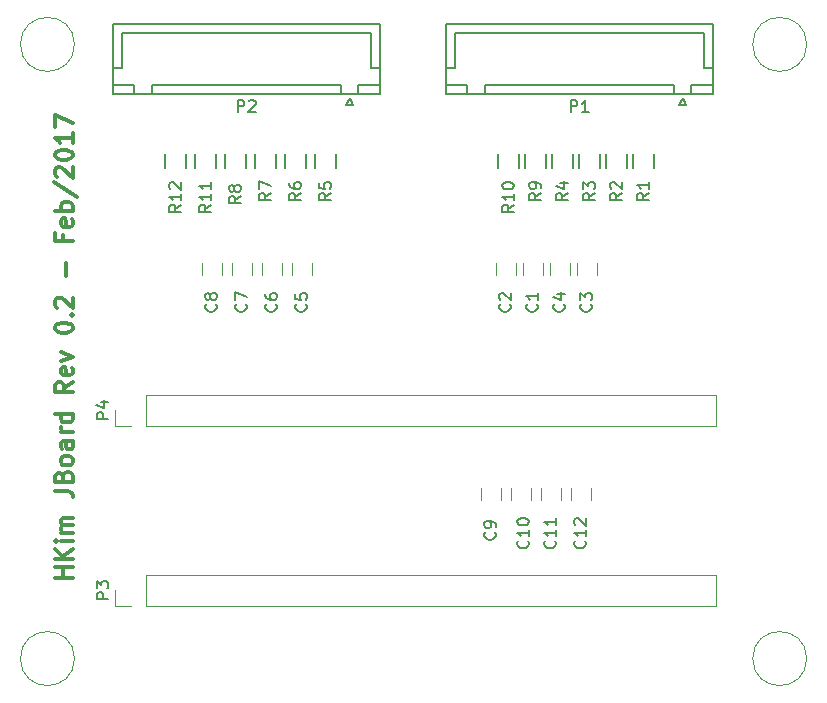
<source format=gbr>
G04 #@! TF.FileFunction,Legend,Top*
%FSLAX46Y46*%
G04 Gerber Fmt 4.6, Leading zero omitted, Abs format (unit mm)*
G04 Created by KiCad (PCBNEW 4.0.5-e0-6337~49~ubuntu16.04.1) date Thu Feb 16 22:53:25 2017*
%MOMM*%
%LPD*%
G01*
G04 APERTURE LIST*
%ADD10C,0.100000*%
%ADD11C,0.300000*%
%ADD12C,0.120000*%
%ADD13C,0.150000*%
G04 APERTURE END LIST*
D10*
D11*
X119042571Y-124401998D02*
X117542571Y-124401998D01*
X118256857Y-124401998D02*
X118256857Y-123544855D01*
X119042571Y-123544855D02*
X117542571Y-123544855D01*
X119042571Y-122830569D02*
X117542571Y-122830569D01*
X119042571Y-121973426D02*
X118185429Y-122616283D01*
X117542571Y-121973426D02*
X118399714Y-122830569D01*
X119042571Y-121330569D02*
X118042571Y-121330569D01*
X117542571Y-121330569D02*
X117614000Y-121401998D01*
X117685429Y-121330569D01*
X117614000Y-121259141D01*
X117542571Y-121330569D01*
X117685429Y-121330569D01*
X119042571Y-120616283D02*
X118042571Y-120616283D01*
X118185429Y-120616283D02*
X118114000Y-120544855D01*
X118042571Y-120401997D01*
X118042571Y-120187712D01*
X118114000Y-120044855D01*
X118256857Y-119973426D01*
X119042571Y-119973426D01*
X118256857Y-119973426D02*
X118114000Y-119901997D01*
X118042571Y-119759140D01*
X118042571Y-119544855D01*
X118114000Y-119401997D01*
X118256857Y-119330569D01*
X119042571Y-119330569D01*
X117542571Y-117044855D02*
X118614000Y-117044855D01*
X118828286Y-117116283D01*
X118971143Y-117259140D01*
X119042571Y-117473426D01*
X119042571Y-117616283D01*
X118256857Y-115830569D02*
X118328286Y-115616283D01*
X118399714Y-115544855D01*
X118542571Y-115473426D01*
X118756857Y-115473426D01*
X118899714Y-115544855D01*
X118971143Y-115616283D01*
X119042571Y-115759141D01*
X119042571Y-116330569D01*
X117542571Y-116330569D01*
X117542571Y-115830569D01*
X117614000Y-115687712D01*
X117685429Y-115616283D01*
X117828286Y-115544855D01*
X117971143Y-115544855D01*
X118114000Y-115616283D01*
X118185429Y-115687712D01*
X118256857Y-115830569D01*
X118256857Y-116330569D01*
X119042571Y-114616283D02*
X118971143Y-114759141D01*
X118899714Y-114830569D01*
X118756857Y-114901998D01*
X118328286Y-114901998D01*
X118185429Y-114830569D01*
X118114000Y-114759141D01*
X118042571Y-114616283D01*
X118042571Y-114401998D01*
X118114000Y-114259141D01*
X118185429Y-114187712D01*
X118328286Y-114116283D01*
X118756857Y-114116283D01*
X118899714Y-114187712D01*
X118971143Y-114259141D01*
X119042571Y-114401998D01*
X119042571Y-114616283D01*
X119042571Y-112830569D02*
X118256857Y-112830569D01*
X118114000Y-112901998D01*
X118042571Y-113044855D01*
X118042571Y-113330569D01*
X118114000Y-113473426D01*
X118971143Y-112830569D02*
X119042571Y-112973426D01*
X119042571Y-113330569D01*
X118971143Y-113473426D01*
X118828286Y-113544855D01*
X118685429Y-113544855D01*
X118542571Y-113473426D01*
X118471143Y-113330569D01*
X118471143Y-112973426D01*
X118399714Y-112830569D01*
X119042571Y-112116283D02*
X118042571Y-112116283D01*
X118328286Y-112116283D02*
X118185429Y-112044855D01*
X118114000Y-111973426D01*
X118042571Y-111830569D01*
X118042571Y-111687712D01*
X119042571Y-110544855D02*
X117542571Y-110544855D01*
X118971143Y-110544855D02*
X119042571Y-110687712D01*
X119042571Y-110973426D01*
X118971143Y-111116284D01*
X118899714Y-111187712D01*
X118756857Y-111259141D01*
X118328286Y-111259141D01*
X118185429Y-111187712D01*
X118114000Y-111116284D01*
X118042571Y-110973426D01*
X118042571Y-110687712D01*
X118114000Y-110544855D01*
X119042571Y-107830569D02*
X118328286Y-108330569D01*
X119042571Y-108687712D02*
X117542571Y-108687712D01*
X117542571Y-108116284D01*
X117614000Y-107973426D01*
X117685429Y-107901998D01*
X117828286Y-107830569D01*
X118042571Y-107830569D01*
X118185429Y-107901998D01*
X118256857Y-107973426D01*
X118328286Y-108116284D01*
X118328286Y-108687712D01*
X118971143Y-106616284D02*
X119042571Y-106759141D01*
X119042571Y-107044855D01*
X118971143Y-107187712D01*
X118828286Y-107259141D01*
X118256857Y-107259141D01*
X118114000Y-107187712D01*
X118042571Y-107044855D01*
X118042571Y-106759141D01*
X118114000Y-106616284D01*
X118256857Y-106544855D01*
X118399714Y-106544855D01*
X118542571Y-107259141D01*
X118042571Y-106044855D02*
X119042571Y-105687712D01*
X118042571Y-105330570D01*
X117542571Y-103330570D02*
X117542571Y-103187713D01*
X117614000Y-103044856D01*
X117685429Y-102973427D01*
X117828286Y-102901998D01*
X118114000Y-102830570D01*
X118471143Y-102830570D01*
X118756857Y-102901998D01*
X118899714Y-102973427D01*
X118971143Y-103044856D01*
X119042571Y-103187713D01*
X119042571Y-103330570D01*
X118971143Y-103473427D01*
X118899714Y-103544856D01*
X118756857Y-103616284D01*
X118471143Y-103687713D01*
X118114000Y-103687713D01*
X117828286Y-103616284D01*
X117685429Y-103544856D01*
X117614000Y-103473427D01*
X117542571Y-103330570D01*
X118899714Y-102187713D02*
X118971143Y-102116285D01*
X119042571Y-102187713D01*
X118971143Y-102259142D01*
X118899714Y-102187713D01*
X119042571Y-102187713D01*
X117685429Y-101544856D02*
X117614000Y-101473427D01*
X117542571Y-101330570D01*
X117542571Y-100973427D01*
X117614000Y-100830570D01*
X117685429Y-100759141D01*
X117828286Y-100687713D01*
X117971143Y-100687713D01*
X118185429Y-100759141D01*
X119042571Y-101616284D01*
X119042571Y-100687713D01*
X118471143Y-98901999D02*
X118471143Y-97759142D01*
X118256857Y-95401999D02*
X118256857Y-95901999D01*
X119042571Y-95901999D02*
X117542571Y-95901999D01*
X117542571Y-95187713D01*
X118971143Y-94044857D02*
X119042571Y-94187714D01*
X119042571Y-94473428D01*
X118971143Y-94616285D01*
X118828286Y-94687714D01*
X118256857Y-94687714D01*
X118114000Y-94616285D01*
X118042571Y-94473428D01*
X118042571Y-94187714D01*
X118114000Y-94044857D01*
X118256857Y-93973428D01*
X118399714Y-93973428D01*
X118542571Y-94687714D01*
X119042571Y-93330571D02*
X117542571Y-93330571D01*
X118114000Y-93330571D02*
X118042571Y-93187714D01*
X118042571Y-92902000D01*
X118114000Y-92759143D01*
X118185429Y-92687714D01*
X118328286Y-92616285D01*
X118756857Y-92616285D01*
X118899714Y-92687714D01*
X118971143Y-92759143D01*
X119042571Y-92902000D01*
X119042571Y-93187714D01*
X118971143Y-93330571D01*
X117471143Y-90902000D02*
X119399714Y-92187714D01*
X117685429Y-90473428D02*
X117614000Y-90401999D01*
X117542571Y-90259142D01*
X117542571Y-89901999D01*
X117614000Y-89759142D01*
X117685429Y-89687713D01*
X117828286Y-89616285D01*
X117971143Y-89616285D01*
X118185429Y-89687713D01*
X119042571Y-90544856D01*
X119042571Y-89616285D01*
X117542571Y-88687714D02*
X117542571Y-88544857D01*
X117614000Y-88402000D01*
X117685429Y-88330571D01*
X117828286Y-88259142D01*
X118114000Y-88187714D01*
X118471143Y-88187714D01*
X118756857Y-88259142D01*
X118899714Y-88330571D01*
X118971143Y-88402000D01*
X119042571Y-88544857D01*
X119042571Y-88687714D01*
X118971143Y-88830571D01*
X118899714Y-88902000D01*
X118756857Y-88973428D01*
X118471143Y-89044857D01*
X118114000Y-89044857D01*
X117828286Y-88973428D01*
X117685429Y-88902000D01*
X117614000Y-88830571D01*
X117542571Y-88687714D01*
X119042571Y-86759143D02*
X119042571Y-87616286D01*
X119042571Y-87187714D02*
X117542571Y-87187714D01*
X117756857Y-87330571D01*
X117899714Y-87473429D01*
X117971143Y-87616286D01*
X117542571Y-86259143D02*
X117542571Y-85259143D01*
X119042571Y-85902000D01*
D12*
X119194000Y-79256000D02*
G75*
G03X119194000Y-79256000I-2286000J0D01*
G01*
X181194000Y-79256000D02*
G75*
G03X181194000Y-79256000I-2286000J0D01*
G01*
X119194000Y-131256000D02*
G75*
G03X119194000Y-131256000I-2286000J0D01*
G01*
X181194000Y-131256000D02*
G75*
G03X181194000Y-131256000I-2286000J0D01*
G01*
X158838000Y-98798000D02*
X158838000Y-97798000D01*
X157138000Y-97798000D02*
X157138000Y-98798000D01*
X156552000Y-98798000D02*
X156552000Y-97798000D01*
X154852000Y-97798000D02*
X154852000Y-98798000D01*
X163410000Y-98798000D02*
X163410000Y-97798000D01*
X161710000Y-97798000D02*
X161710000Y-98798000D01*
X161124000Y-98798000D02*
X161124000Y-97798000D01*
X159424000Y-97798000D02*
X159424000Y-98798000D01*
X139280000Y-98798000D02*
X139280000Y-97798000D01*
X137580000Y-97798000D02*
X137580000Y-98798000D01*
X136740000Y-98798000D02*
X136740000Y-97798000D01*
X135040000Y-97798000D02*
X135040000Y-98798000D01*
X134200000Y-98798000D02*
X134200000Y-97798000D01*
X132500000Y-97798000D02*
X132500000Y-98798000D01*
X131660000Y-98798000D02*
X131660000Y-97798000D01*
X129960000Y-97798000D02*
X129960000Y-98798000D01*
X155282000Y-117848000D02*
X155282000Y-116848000D01*
X153582000Y-116848000D02*
X153582000Y-117848000D01*
X157822000Y-117848000D02*
X157822000Y-116848000D01*
X156122000Y-116848000D02*
X156122000Y-117848000D01*
X160362000Y-117848000D02*
X160362000Y-116848000D01*
X158662000Y-116848000D02*
X158662000Y-117848000D01*
X162902000Y-117848000D02*
X162902000Y-116848000D01*
X161202000Y-116848000D02*
X161202000Y-117848000D01*
D13*
X173238000Y-83476000D02*
X173238000Y-77526000D01*
X173238000Y-77526000D02*
X150638000Y-77526000D01*
X150638000Y-77526000D02*
X150638000Y-83476000D01*
X150638000Y-83476000D02*
X173238000Y-83476000D01*
X169938000Y-83476000D02*
X169938000Y-82726000D01*
X169938000Y-82726000D02*
X153938000Y-82726000D01*
X153938000Y-82726000D02*
X153938000Y-83476000D01*
X153938000Y-83476000D02*
X169938000Y-83476000D01*
X173238000Y-83476000D02*
X173238000Y-82726000D01*
X173238000Y-82726000D02*
X171438000Y-82726000D01*
X171438000Y-82726000D02*
X171438000Y-83476000D01*
X171438000Y-83476000D02*
X173238000Y-83476000D01*
X152438000Y-83476000D02*
X152438000Y-82726000D01*
X152438000Y-82726000D02*
X150638000Y-82726000D01*
X150638000Y-82726000D02*
X150638000Y-83476000D01*
X150638000Y-83476000D02*
X152438000Y-83476000D01*
X173238000Y-81226000D02*
X172488000Y-81226000D01*
X172488000Y-81226000D02*
X172488000Y-78276000D01*
X172488000Y-78276000D02*
X161938000Y-78276000D01*
X150638000Y-81226000D02*
X151388000Y-81226000D01*
X151388000Y-81226000D02*
X151388000Y-78276000D01*
X151388000Y-78276000D02*
X161938000Y-78276000D01*
X170688000Y-83776000D02*
X170988000Y-84376000D01*
X170988000Y-84376000D02*
X170388000Y-84376000D01*
X170388000Y-84376000D02*
X170688000Y-83776000D01*
X145044000Y-83476000D02*
X145044000Y-77526000D01*
X145044000Y-77526000D02*
X122444000Y-77526000D01*
X122444000Y-77526000D02*
X122444000Y-83476000D01*
X122444000Y-83476000D02*
X145044000Y-83476000D01*
X141744000Y-83476000D02*
X141744000Y-82726000D01*
X141744000Y-82726000D02*
X125744000Y-82726000D01*
X125744000Y-82726000D02*
X125744000Y-83476000D01*
X125744000Y-83476000D02*
X141744000Y-83476000D01*
X145044000Y-83476000D02*
X145044000Y-82726000D01*
X145044000Y-82726000D02*
X143244000Y-82726000D01*
X143244000Y-82726000D02*
X143244000Y-83476000D01*
X143244000Y-83476000D02*
X145044000Y-83476000D01*
X124244000Y-83476000D02*
X124244000Y-82726000D01*
X124244000Y-82726000D02*
X122444000Y-82726000D01*
X122444000Y-82726000D02*
X122444000Y-83476000D01*
X122444000Y-83476000D02*
X124244000Y-83476000D01*
X145044000Y-81226000D02*
X144294000Y-81226000D01*
X144294000Y-81226000D02*
X144294000Y-78276000D01*
X144294000Y-78276000D02*
X133744000Y-78276000D01*
X122444000Y-81226000D02*
X123194000Y-81226000D01*
X123194000Y-81226000D02*
X123194000Y-78276000D01*
X123194000Y-78276000D02*
X133744000Y-78276000D01*
X142494000Y-83776000D02*
X142794000Y-84376000D01*
X142794000Y-84376000D02*
X142194000Y-84376000D01*
X142194000Y-84376000D02*
X142494000Y-83776000D01*
D12*
X125222000Y-126806000D02*
X173542000Y-126806000D01*
X173542000Y-126806000D02*
X173542000Y-124146000D01*
X173542000Y-124146000D02*
X125222000Y-124146000D01*
X125222000Y-124146000D02*
X125222000Y-126806000D01*
X123952000Y-126806000D02*
X122622000Y-126806000D01*
X122622000Y-126806000D02*
X122622000Y-125476000D01*
X125222000Y-111566000D02*
X173542000Y-111566000D01*
X173542000Y-111566000D02*
X173542000Y-108906000D01*
X173542000Y-108906000D02*
X125222000Y-108906000D01*
X125222000Y-108906000D02*
X125222000Y-111566000D01*
X123952000Y-111566000D02*
X122622000Y-111566000D01*
X122622000Y-111566000D02*
X122622000Y-110236000D01*
D13*
X166511000Y-89754000D02*
X166511000Y-88554000D01*
X168261000Y-88554000D02*
X168261000Y-89754000D01*
X164225000Y-89754000D02*
X164225000Y-88554000D01*
X165975000Y-88554000D02*
X165975000Y-89754000D01*
X161939000Y-89754000D02*
X161939000Y-88554000D01*
X163689000Y-88554000D02*
X163689000Y-89754000D01*
X159653000Y-89754000D02*
X159653000Y-88554000D01*
X161403000Y-88554000D02*
X161403000Y-89754000D01*
X139587000Y-89754000D02*
X139587000Y-88554000D01*
X141337000Y-88554000D02*
X141337000Y-89754000D01*
X137047000Y-89754000D02*
X137047000Y-88554000D01*
X138797000Y-88554000D02*
X138797000Y-89754000D01*
X134507000Y-89754000D02*
X134507000Y-88554000D01*
X136257000Y-88554000D02*
X136257000Y-89754000D01*
X131967000Y-89754000D02*
X131967000Y-88554000D01*
X133717000Y-88554000D02*
X133717000Y-89754000D01*
X157367000Y-89754000D02*
X157367000Y-88554000D01*
X159117000Y-88554000D02*
X159117000Y-89754000D01*
X155081000Y-89754000D02*
X155081000Y-88554000D01*
X156831000Y-88554000D02*
X156831000Y-89754000D01*
X129427000Y-89754000D02*
X129427000Y-88554000D01*
X131177000Y-88554000D02*
X131177000Y-89754000D01*
X126887000Y-89754000D02*
X126887000Y-88554000D01*
X128637000Y-88554000D02*
X128637000Y-89754000D01*
X158345143Y-101258666D02*
X158392762Y-101306285D01*
X158440381Y-101449142D01*
X158440381Y-101544380D01*
X158392762Y-101687238D01*
X158297524Y-101782476D01*
X158202286Y-101830095D01*
X158011810Y-101877714D01*
X157868952Y-101877714D01*
X157678476Y-101830095D01*
X157583238Y-101782476D01*
X157488000Y-101687238D01*
X157440381Y-101544380D01*
X157440381Y-101449142D01*
X157488000Y-101306285D01*
X157535619Y-101258666D01*
X158440381Y-100306285D02*
X158440381Y-100877714D01*
X158440381Y-100592000D02*
X157440381Y-100592000D01*
X157583238Y-100687238D01*
X157678476Y-100782476D01*
X157726095Y-100877714D01*
X156059143Y-101258666D02*
X156106762Y-101306285D01*
X156154381Y-101449142D01*
X156154381Y-101544380D01*
X156106762Y-101687238D01*
X156011524Y-101782476D01*
X155916286Y-101830095D01*
X155725810Y-101877714D01*
X155582952Y-101877714D01*
X155392476Y-101830095D01*
X155297238Y-101782476D01*
X155202000Y-101687238D01*
X155154381Y-101544380D01*
X155154381Y-101449142D01*
X155202000Y-101306285D01*
X155249619Y-101258666D01*
X155249619Y-100877714D02*
X155202000Y-100830095D01*
X155154381Y-100734857D01*
X155154381Y-100496761D01*
X155202000Y-100401523D01*
X155249619Y-100353904D01*
X155344857Y-100306285D01*
X155440095Y-100306285D01*
X155582952Y-100353904D01*
X156154381Y-100925333D01*
X156154381Y-100306285D01*
X162917143Y-101258666D02*
X162964762Y-101306285D01*
X163012381Y-101449142D01*
X163012381Y-101544380D01*
X162964762Y-101687238D01*
X162869524Y-101782476D01*
X162774286Y-101830095D01*
X162583810Y-101877714D01*
X162440952Y-101877714D01*
X162250476Y-101830095D01*
X162155238Y-101782476D01*
X162060000Y-101687238D01*
X162012381Y-101544380D01*
X162012381Y-101449142D01*
X162060000Y-101306285D01*
X162107619Y-101258666D01*
X162012381Y-100925333D02*
X162012381Y-100306285D01*
X162393333Y-100639619D01*
X162393333Y-100496761D01*
X162440952Y-100401523D01*
X162488571Y-100353904D01*
X162583810Y-100306285D01*
X162821905Y-100306285D01*
X162917143Y-100353904D01*
X162964762Y-100401523D01*
X163012381Y-100496761D01*
X163012381Y-100782476D01*
X162964762Y-100877714D01*
X162917143Y-100925333D01*
X160631143Y-101258666D02*
X160678762Y-101306285D01*
X160726381Y-101449142D01*
X160726381Y-101544380D01*
X160678762Y-101687238D01*
X160583524Y-101782476D01*
X160488286Y-101830095D01*
X160297810Y-101877714D01*
X160154952Y-101877714D01*
X159964476Y-101830095D01*
X159869238Y-101782476D01*
X159774000Y-101687238D01*
X159726381Y-101544380D01*
X159726381Y-101449142D01*
X159774000Y-101306285D01*
X159821619Y-101258666D01*
X160059714Y-100401523D02*
X160726381Y-100401523D01*
X159678762Y-100639619D02*
X160393048Y-100877714D01*
X160393048Y-100258666D01*
X138787143Y-101258666D02*
X138834762Y-101306285D01*
X138882381Y-101449142D01*
X138882381Y-101544380D01*
X138834762Y-101687238D01*
X138739524Y-101782476D01*
X138644286Y-101830095D01*
X138453810Y-101877714D01*
X138310952Y-101877714D01*
X138120476Y-101830095D01*
X138025238Y-101782476D01*
X137930000Y-101687238D01*
X137882381Y-101544380D01*
X137882381Y-101449142D01*
X137930000Y-101306285D01*
X137977619Y-101258666D01*
X137882381Y-100353904D02*
X137882381Y-100830095D01*
X138358571Y-100877714D01*
X138310952Y-100830095D01*
X138263333Y-100734857D01*
X138263333Y-100496761D01*
X138310952Y-100401523D01*
X138358571Y-100353904D01*
X138453810Y-100306285D01*
X138691905Y-100306285D01*
X138787143Y-100353904D01*
X138834762Y-100401523D01*
X138882381Y-100496761D01*
X138882381Y-100734857D01*
X138834762Y-100830095D01*
X138787143Y-100877714D01*
X136247143Y-101258666D02*
X136294762Y-101306285D01*
X136342381Y-101449142D01*
X136342381Y-101544380D01*
X136294762Y-101687238D01*
X136199524Y-101782476D01*
X136104286Y-101830095D01*
X135913810Y-101877714D01*
X135770952Y-101877714D01*
X135580476Y-101830095D01*
X135485238Y-101782476D01*
X135390000Y-101687238D01*
X135342381Y-101544380D01*
X135342381Y-101449142D01*
X135390000Y-101306285D01*
X135437619Y-101258666D01*
X135342381Y-100401523D02*
X135342381Y-100592000D01*
X135390000Y-100687238D01*
X135437619Y-100734857D01*
X135580476Y-100830095D01*
X135770952Y-100877714D01*
X136151905Y-100877714D01*
X136247143Y-100830095D01*
X136294762Y-100782476D01*
X136342381Y-100687238D01*
X136342381Y-100496761D01*
X136294762Y-100401523D01*
X136247143Y-100353904D01*
X136151905Y-100306285D01*
X135913810Y-100306285D01*
X135818571Y-100353904D01*
X135770952Y-100401523D01*
X135723333Y-100496761D01*
X135723333Y-100687238D01*
X135770952Y-100782476D01*
X135818571Y-100830095D01*
X135913810Y-100877714D01*
X133707143Y-101258666D02*
X133754762Y-101306285D01*
X133802381Y-101449142D01*
X133802381Y-101544380D01*
X133754762Y-101687238D01*
X133659524Y-101782476D01*
X133564286Y-101830095D01*
X133373810Y-101877714D01*
X133230952Y-101877714D01*
X133040476Y-101830095D01*
X132945238Y-101782476D01*
X132850000Y-101687238D01*
X132802381Y-101544380D01*
X132802381Y-101449142D01*
X132850000Y-101306285D01*
X132897619Y-101258666D01*
X132802381Y-100925333D02*
X132802381Y-100258666D01*
X133802381Y-100687238D01*
X131167143Y-101258666D02*
X131214762Y-101306285D01*
X131262381Y-101449142D01*
X131262381Y-101544380D01*
X131214762Y-101687238D01*
X131119524Y-101782476D01*
X131024286Y-101830095D01*
X130833810Y-101877714D01*
X130690952Y-101877714D01*
X130500476Y-101830095D01*
X130405238Y-101782476D01*
X130310000Y-101687238D01*
X130262381Y-101544380D01*
X130262381Y-101449142D01*
X130310000Y-101306285D01*
X130357619Y-101258666D01*
X130690952Y-100687238D02*
X130643333Y-100782476D01*
X130595714Y-100830095D01*
X130500476Y-100877714D01*
X130452857Y-100877714D01*
X130357619Y-100830095D01*
X130310000Y-100782476D01*
X130262381Y-100687238D01*
X130262381Y-100496761D01*
X130310000Y-100401523D01*
X130357619Y-100353904D01*
X130452857Y-100306285D01*
X130500476Y-100306285D01*
X130595714Y-100353904D01*
X130643333Y-100401523D01*
X130690952Y-100496761D01*
X130690952Y-100687238D01*
X130738571Y-100782476D01*
X130786190Y-100830095D01*
X130881429Y-100877714D01*
X131071905Y-100877714D01*
X131167143Y-100830095D01*
X131214762Y-100782476D01*
X131262381Y-100687238D01*
X131262381Y-100496761D01*
X131214762Y-100401523D01*
X131167143Y-100353904D01*
X131071905Y-100306285D01*
X130881429Y-100306285D01*
X130786190Y-100353904D01*
X130738571Y-100401523D01*
X130690952Y-100496761D01*
X154789143Y-120562666D02*
X154836762Y-120610285D01*
X154884381Y-120753142D01*
X154884381Y-120848380D01*
X154836762Y-120991238D01*
X154741524Y-121086476D01*
X154646286Y-121134095D01*
X154455810Y-121181714D01*
X154312952Y-121181714D01*
X154122476Y-121134095D01*
X154027238Y-121086476D01*
X153932000Y-120991238D01*
X153884381Y-120848380D01*
X153884381Y-120753142D01*
X153932000Y-120610285D01*
X153979619Y-120562666D01*
X154884381Y-120086476D02*
X154884381Y-119896000D01*
X154836762Y-119800761D01*
X154789143Y-119753142D01*
X154646286Y-119657904D01*
X154455810Y-119610285D01*
X154074857Y-119610285D01*
X153979619Y-119657904D01*
X153932000Y-119705523D01*
X153884381Y-119800761D01*
X153884381Y-119991238D01*
X153932000Y-120086476D01*
X153979619Y-120134095D01*
X154074857Y-120181714D01*
X154312952Y-120181714D01*
X154408190Y-120134095D01*
X154455810Y-120086476D01*
X154503429Y-119991238D01*
X154503429Y-119800761D01*
X154455810Y-119705523D01*
X154408190Y-119657904D01*
X154312952Y-119610285D01*
X157583143Y-121292857D02*
X157630762Y-121340476D01*
X157678381Y-121483333D01*
X157678381Y-121578571D01*
X157630762Y-121721429D01*
X157535524Y-121816667D01*
X157440286Y-121864286D01*
X157249810Y-121911905D01*
X157106952Y-121911905D01*
X156916476Y-121864286D01*
X156821238Y-121816667D01*
X156726000Y-121721429D01*
X156678381Y-121578571D01*
X156678381Y-121483333D01*
X156726000Y-121340476D01*
X156773619Y-121292857D01*
X157678381Y-120340476D02*
X157678381Y-120911905D01*
X157678381Y-120626191D02*
X156678381Y-120626191D01*
X156821238Y-120721429D01*
X156916476Y-120816667D01*
X156964095Y-120911905D01*
X156678381Y-119721429D02*
X156678381Y-119626190D01*
X156726000Y-119530952D01*
X156773619Y-119483333D01*
X156868857Y-119435714D01*
X157059333Y-119388095D01*
X157297429Y-119388095D01*
X157487905Y-119435714D01*
X157583143Y-119483333D01*
X157630762Y-119530952D01*
X157678381Y-119626190D01*
X157678381Y-119721429D01*
X157630762Y-119816667D01*
X157583143Y-119864286D01*
X157487905Y-119911905D01*
X157297429Y-119959524D01*
X157059333Y-119959524D01*
X156868857Y-119911905D01*
X156773619Y-119864286D01*
X156726000Y-119816667D01*
X156678381Y-119721429D01*
X159869143Y-121292857D02*
X159916762Y-121340476D01*
X159964381Y-121483333D01*
X159964381Y-121578571D01*
X159916762Y-121721429D01*
X159821524Y-121816667D01*
X159726286Y-121864286D01*
X159535810Y-121911905D01*
X159392952Y-121911905D01*
X159202476Y-121864286D01*
X159107238Y-121816667D01*
X159012000Y-121721429D01*
X158964381Y-121578571D01*
X158964381Y-121483333D01*
X159012000Y-121340476D01*
X159059619Y-121292857D01*
X159964381Y-120340476D02*
X159964381Y-120911905D01*
X159964381Y-120626191D02*
X158964381Y-120626191D01*
X159107238Y-120721429D01*
X159202476Y-120816667D01*
X159250095Y-120911905D01*
X159964381Y-119388095D02*
X159964381Y-119959524D01*
X159964381Y-119673810D02*
X158964381Y-119673810D01*
X159107238Y-119769048D01*
X159202476Y-119864286D01*
X159250095Y-119959524D01*
X162409143Y-121292857D02*
X162456762Y-121340476D01*
X162504381Y-121483333D01*
X162504381Y-121578571D01*
X162456762Y-121721429D01*
X162361524Y-121816667D01*
X162266286Y-121864286D01*
X162075810Y-121911905D01*
X161932952Y-121911905D01*
X161742476Y-121864286D01*
X161647238Y-121816667D01*
X161552000Y-121721429D01*
X161504381Y-121578571D01*
X161504381Y-121483333D01*
X161552000Y-121340476D01*
X161599619Y-121292857D01*
X162504381Y-120340476D02*
X162504381Y-120911905D01*
X162504381Y-120626191D02*
X161504381Y-120626191D01*
X161647238Y-120721429D01*
X161742476Y-120816667D01*
X161790095Y-120911905D01*
X161599619Y-119959524D02*
X161552000Y-119911905D01*
X161504381Y-119816667D01*
X161504381Y-119578571D01*
X161552000Y-119483333D01*
X161599619Y-119435714D01*
X161694857Y-119388095D01*
X161790095Y-119388095D01*
X161932952Y-119435714D01*
X162504381Y-120007143D01*
X162504381Y-119388095D01*
X161199905Y-84978381D02*
X161199905Y-83978381D01*
X161580858Y-83978381D01*
X161676096Y-84026000D01*
X161723715Y-84073619D01*
X161771334Y-84168857D01*
X161771334Y-84311714D01*
X161723715Y-84406952D01*
X161676096Y-84454571D01*
X161580858Y-84502190D01*
X161199905Y-84502190D01*
X162723715Y-84978381D02*
X162152286Y-84978381D01*
X162438000Y-84978381D02*
X162438000Y-83978381D01*
X162342762Y-84121238D01*
X162247524Y-84216476D01*
X162152286Y-84264095D01*
X133005905Y-84978381D02*
X133005905Y-83978381D01*
X133386858Y-83978381D01*
X133482096Y-84026000D01*
X133529715Y-84073619D01*
X133577334Y-84168857D01*
X133577334Y-84311714D01*
X133529715Y-84406952D01*
X133482096Y-84454571D01*
X133386858Y-84502190D01*
X133005905Y-84502190D01*
X133958286Y-84073619D02*
X134005905Y-84026000D01*
X134101143Y-83978381D01*
X134339239Y-83978381D01*
X134434477Y-84026000D01*
X134482096Y-84073619D01*
X134529715Y-84168857D01*
X134529715Y-84264095D01*
X134482096Y-84406952D01*
X133910667Y-84978381D01*
X134529715Y-84978381D01*
X122074381Y-126214095D02*
X121074381Y-126214095D01*
X121074381Y-125833142D01*
X121122000Y-125737904D01*
X121169619Y-125690285D01*
X121264857Y-125642666D01*
X121407714Y-125642666D01*
X121502952Y-125690285D01*
X121550571Y-125737904D01*
X121598190Y-125833142D01*
X121598190Y-126214095D01*
X121074381Y-125309333D02*
X121074381Y-124690285D01*
X121455333Y-125023619D01*
X121455333Y-124880761D01*
X121502952Y-124785523D01*
X121550571Y-124737904D01*
X121645810Y-124690285D01*
X121883905Y-124690285D01*
X121979143Y-124737904D01*
X122026762Y-124785523D01*
X122074381Y-124880761D01*
X122074381Y-125166476D01*
X122026762Y-125261714D01*
X121979143Y-125309333D01*
X122074381Y-110974095D02*
X121074381Y-110974095D01*
X121074381Y-110593142D01*
X121122000Y-110497904D01*
X121169619Y-110450285D01*
X121264857Y-110402666D01*
X121407714Y-110402666D01*
X121502952Y-110450285D01*
X121550571Y-110497904D01*
X121598190Y-110593142D01*
X121598190Y-110974095D01*
X121407714Y-109545523D02*
X122074381Y-109545523D01*
X121026762Y-109783619D02*
X121741048Y-110021714D01*
X121741048Y-109402666D01*
X167838381Y-91860666D02*
X167362190Y-92194000D01*
X167838381Y-92432095D02*
X166838381Y-92432095D01*
X166838381Y-92051142D01*
X166886000Y-91955904D01*
X166933619Y-91908285D01*
X167028857Y-91860666D01*
X167171714Y-91860666D01*
X167266952Y-91908285D01*
X167314571Y-91955904D01*
X167362190Y-92051142D01*
X167362190Y-92432095D01*
X167838381Y-90908285D02*
X167838381Y-91479714D01*
X167838381Y-91194000D02*
X166838381Y-91194000D01*
X166981238Y-91289238D01*
X167076476Y-91384476D01*
X167124095Y-91479714D01*
X165552381Y-91860666D02*
X165076190Y-92194000D01*
X165552381Y-92432095D02*
X164552381Y-92432095D01*
X164552381Y-92051142D01*
X164600000Y-91955904D01*
X164647619Y-91908285D01*
X164742857Y-91860666D01*
X164885714Y-91860666D01*
X164980952Y-91908285D01*
X165028571Y-91955904D01*
X165076190Y-92051142D01*
X165076190Y-92432095D01*
X164647619Y-91479714D02*
X164600000Y-91432095D01*
X164552381Y-91336857D01*
X164552381Y-91098761D01*
X164600000Y-91003523D01*
X164647619Y-90955904D01*
X164742857Y-90908285D01*
X164838095Y-90908285D01*
X164980952Y-90955904D01*
X165552381Y-91527333D01*
X165552381Y-90908285D01*
X163266381Y-91860666D02*
X162790190Y-92194000D01*
X163266381Y-92432095D02*
X162266381Y-92432095D01*
X162266381Y-92051142D01*
X162314000Y-91955904D01*
X162361619Y-91908285D01*
X162456857Y-91860666D01*
X162599714Y-91860666D01*
X162694952Y-91908285D01*
X162742571Y-91955904D01*
X162790190Y-92051142D01*
X162790190Y-92432095D01*
X162266381Y-91527333D02*
X162266381Y-90908285D01*
X162647333Y-91241619D01*
X162647333Y-91098761D01*
X162694952Y-91003523D01*
X162742571Y-90955904D01*
X162837810Y-90908285D01*
X163075905Y-90908285D01*
X163171143Y-90955904D01*
X163218762Y-91003523D01*
X163266381Y-91098761D01*
X163266381Y-91384476D01*
X163218762Y-91479714D01*
X163171143Y-91527333D01*
X160980381Y-91860666D02*
X160504190Y-92194000D01*
X160980381Y-92432095D02*
X159980381Y-92432095D01*
X159980381Y-92051142D01*
X160028000Y-91955904D01*
X160075619Y-91908285D01*
X160170857Y-91860666D01*
X160313714Y-91860666D01*
X160408952Y-91908285D01*
X160456571Y-91955904D01*
X160504190Y-92051142D01*
X160504190Y-92432095D01*
X160313714Y-91003523D02*
X160980381Y-91003523D01*
X159932762Y-91241619D02*
X160647048Y-91479714D01*
X160647048Y-90860666D01*
X140914381Y-91860666D02*
X140438190Y-92194000D01*
X140914381Y-92432095D02*
X139914381Y-92432095D01*
X139914381Y-92051142D01*
X139962000Y-91955904D01*
X140009619Y-91908285D01*
X140104857Y-91860666D01*
X140247714Y-91860666D01*
X140342952Y-91908285D01*
X140390571Y-91955904D01*
X140438190Y-92051142D01*
X140438190Y-92432095D01*
X139914381Y-90955904D02*
X139914381Y-91432095D01*
X140390571Y-91479714D01*
X140342952Y-91432095D01*
X140295333Y-91336857D01*
X140295333Y-91098761D01*
X140342952Y-91003523D01*
X140390571Y-90955904D01*
X140485810Y-90908285D01*
X140723905Y-90908285D01*
X140819143Y-90955904D01*
X140866762Y-91003523D01*
X140914381Y-91098761D01*
X140914381Y-91336857D01*
X140866762Y-91432095D01*
X140819143Y-91479714D01*
X138374381Y-91860666D02*
X137898190Y-92194000D01*
X138374381Y-92432095D02*
X137374381Y-92432095D01*
X137374381Y-92051142D01*
X137422000Y-91955904D01*
X137469619Y-91908285D01*
X137564857Y-91860666D01*
X137707714Y-91860666D01*
X137802952Y-91908285D01*
X137850571Y-91955904D01*
X137898190Y-92051142D01*
X137898190Y-92432095D01*
X137374381Y-91003523D02*
X137374381Y-91194000D01*
X137422000Y-91289238D01*
X137469619Y-91336857D01*
X137612476Y-91432095D01*
X137802952Y-91479714D01*
X138183905Y-91479714D01*
X138279143Y-91432095D01*
X138326762Y-91384476D01*
X138374381Y-91289238D01*
X138374381Y-91098761D01*
X138326762Y-91003523D01*
X138279143Y-90955904D01*
X138183905Y-90908285D01*
X137945810Y-90908285D01*
X137850571Y-90955904D01*
X137802952Y-91003523D01*
X137755333Y-91098761D01*
X137755333Y-91289238D01*
X137802952Y-91384476D01*
X137850571Y-91432095D01*
X137945810Y-91479714D01*
X135834381Y-91860666D02*
X135358190Y-92194000D01*
X135834381Y-92432095D02*
X134834381Y-92432095D01*
X134834381Y-92051142D01*
X134882000Y-91955904D01*
X134929619Y-91908285D01*
X135024857Y-91860666D01*
X135167714Y-91860666D01*
X135262952Y-91908285D01*
X135310571Y-91955904D01*
X135358190Y-92051142D01*
X135358190Y-92432095D01*
X134834381Y-91527333D02*
X134834381Y-90860666D01*
X135834381Y-91289238D01*
X133294381Y-92114666D02*
X132818190Y-92448000D01*
X133294381Y-92686095D02*
X132294381Y-92686095D01*
X132294381Y-92305142D01*
X132342000Y-92209904D01*
X132389619Y-92162285D01*
X132484857Y-92114666D01*
X132627714Y-92114666D01*
X132722952Y-92162285D01*
X132770571Y-92209904D01*
X132818190Y-92305142D01*
X132818190Y-92686095D01*
X132722952Y-91543238D02*
X132675333Y-91638476D01*
X132627714Y-91686095D01*
X132532476Y-91733714D01*
X132484857Y-91733714D01*
X132389619Y-91686095D01*
X132342000Y-91638476D01*
X132294381Y-91543238D01*
X132294381Y-91352761D01*
X132342000Y-91257523D01*
X132389619Y-91209904D01*
X132484857Y-91162285D01*
X132532476Y-91162285D01*
X132627714Y-91209904D01*
X132675333Y-91257523D01*
X132722952Y-91352761D01*
X132722952Y-91543238D01*
X132770571Y-91638476D01*
X132818190Y-91686095D01*
X132913429Y-91733714D01*
X133103905Y-91733714D01*
X133199143Y-91686095D01*
X133246762Y-91638476D01*
X133294381Y-91543238D01*
X133294381Y-91352761D01*
X133246762Y-91257523D01*
X133199143Y-91209904D01*
X133103905Y-91162285D01*
X132913429Y-91162285D01*
X132818190Y-91209904D01*
X132770571Y-91257523D01*
X132722952Y-91352761D01*
X158694381Y-91860666D02*
X158218190Y-92194000D01*
X158694381Y-92432095D02*
X157694381Y-92432095D01*
X157694381Y-92051142D01*
X157742000Y-91955904D01*
X157789619Y-91908285D01*
X157884857Y-91860666D01*
X158027714Y-91860666D01*
X158122952Y-91908285D01*
X158170571Y-91955904D01*
X158218190Y-92051142D01*
X158218190Y-92432095D01*
X158694381Y-91384476D02*
X158694381Y-91194000D01*
X158646762Y-91098761D01*
X158599143Y-91051142D01*
X158456286Y-90955904D01*
X158265810Y-90908285D01*
X157884857Y-90908285D01*
X157789619Y-90955904D01*
X157742000Y-91003523D01*
X157694381Y-91098761D01*
X157694381Y-91289238D01*
X157742000Y-91384476D01*
X157789619Y-91432095D01*
X157884857Y-91479714D01*
X158122952Y-91479714D01*
X158218190Y-91432095D01*
X158265810Y-91384476D01*
X158313429Y-91289238D01*
X158313429Y-91098761D01*
X158265810Y-91003523D01*
X158218190Y-90955904D01*
X158122952Y-90908285D01*
X156408381Y-92844857D02*
X155932190Y-93178191D01*
X156408381Y-93416286D02*
X155408381Y-93416286D01*
X155408381Y-93035333D01*
X155456000Y-92940095D01*
X155503619Y-92892476D01*
X155598857Y-92844857D01*
X155741714Y-92844857D01*
X155836952Y-92892476D01*
X155884571Y-92940095D01*
X155932190Y-93035333D01*
X155932190Y-93416286D01*
X156408381Y-91892476D02*
X156408381Y-92463905D01*
X156408381Y-92178191D02*
X155408381Y-92178191D01*
X155551238Y-92273429D01*
X155646476Y-92368667D01*
X155694095Y-92463905D01*
X155408381Y-91273429D02*
X155408381Y-91178190D01*
X155456000Y-91082952D01*
X155503619Y-91035333D01*
X155598857Y-90987714D01*
X155789333Y-90940095D01*
X156027429Y-90940095D01*
X156217905Y-90987714D01*
X156313143Y-91035333D01*
X156360762Y-91082952D01*
X156408381Y-91178190D01*
X156408381Y-91273429D01*
X156360762Y-91368667D01*
X156313143Y-91416286D01*
X156217905Y-91463905D01*
X156027429Y-91511524D01*
X155789333Y-91511524D01*
X155598857Y-91463905D01*
X155503619Y-91416286D01*
X155456000Y-91368667D01*
X155408381Y-91273429D01*
X130754381Y-92844857D02*
X130278190Y-93178191D01*
X130754381Y-93416286D02*
X129754381Y-93416286D01*
X129754381Y-93035333D01*
X129802000Y-92940095D01*
X129849619Y-92892476D01*
X129944857Y-92844857D01*
X130087714Y-92844857D01*
X130182952Y-92892476D01*
X130230571Y-92940095D01*
X130278190Y-93035333D01*
X130278190Y-93416286D01*
X130754381Y-91892476D02*
X130754381Y-92463905D01*
X130754381Y-92178191D02*
X129754381Y-92178191D01*
X129897238Y-92273429D01*
X129992476Y-92368667D01*
X130040095Y-92463905D01*
X130754381Y-90940095D02*
X130754381Y-91511524D01*
X130754381Y-91225810D02*
X129754381Y-91225810D01*
X129897238Y-91321048D01*
X129992476Y-91416286D01*
X130040095Y-91511524D01*
X128214381Y-92844857D02*
X127738190Y-93178191D01*
X128214381Y-93416286D02*
X127214381Y-93416286D01*
X127214381Y-93035333D01*
X127262000Y-92940095D01*
X127309619Y-92892476D01*
X127404857Y-92844857D01*
X127547714Y-92844857D01*
X127642952Y-92892476D01*
X127690571Y-92940095D01*
X127738190Y-93035333D01*
X127738190Y-93416286D01*
X128214381Y-91892476D02*
X128214381Y-92463905D01*
X128214381Y-92178191D02*
X127214381Y-92178191D01*
X127357238Y-92273429D01*
X127452476Y-92368667D01*
X127500095Y-92463905D01*
X127309619Y-91511524D02*
X127262000Y-91463905D01*
X127214381Y-91368667D01*
X127214381Y-91130571D01*
X127262000Y-91035333D01*
X127309619Y-90987714D01*
X127404857Y-90940095D01*
X127500095Y-90940095D01*
X127642952Y-90987714D01*
X128214381Y-91559143D01*
X128214381Y-90940095D01*
M02*

</source>
